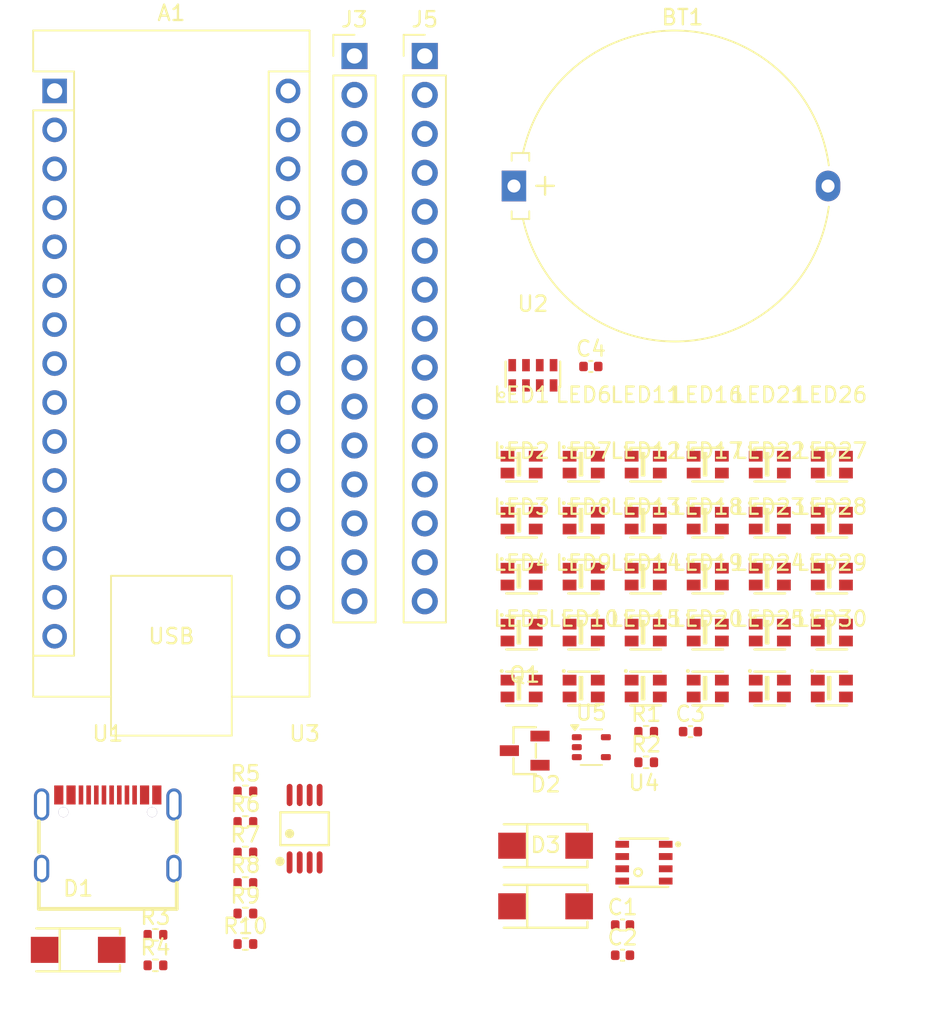
<source format=kicad_pcb>
(kicad_pcb (version 20241229) (generator "pcbnew") (generator_version "9.0")
  (layers (0 "F.Cu" signal) (4 "In1.Cu" power) (6 "In2.Cu" signal) (2 "B.Cu" power) (13 "F.Paste" user) (15 "B.Paste" user) (5 "F.SilkS" user "F.Silkscreen") (7 "B.SilkS" user "B.Silkscreen") (1 "F.Mask" user) (3 "B.Mask" user) (25 "Edge.Cuts" user))
  (net 0 "")
  (net 1 "GND")
  (net 2 "SDA_Master")
  (net 3 "+5V_VCC")
  (net 4 "Net-(LED1-DO)")
  (net 5 "Net-(LED1-DI)")
  (net 6 "+5V_M")
  (net 7 "Net-(LED2-DO)")
  (net 8 "Net-(LED3-DO)")
  (net 9 "Net-(LED4-DO)")
  (net 10 "Net-(LED5-DO)")
  (net 11 "Net-(LED6-DO)")
  (net 12 "Net-(LED7-DO)")
  (net 13 "Net-(LED8-DO)")
  (net 14 "Net-(LED10-DI)")
  (net 15 "Net-(LED10-DO)")
  (net 16 "Net-(LED11-DO)")
  (net 17 "Net-(LED12-DO)")
  (net 18 "Net-(LED13-DO)")
  (net 19 "Net-(LED14-DO)")
  (net 20 "Net-(LED15-DO)")
  (net 21 "Net-(LED16-DO)")
  (net 22 "Net-(LED17-DO)")
  (net 23 "Net-(LED18-DO)")
  (net 24 "Net-(LED19-DO)")
  (net 25 "Net-(LED20-DO)")
  (net 26 "Net-(LED21-DO)")
  (net 27 "Net-(LED22-DO)")
  (net 28 "Net-(LED23-DO)")
  (net 29 "Net-(LED24-DO)")
  (net 30 "Net-(LED25-DO)")
  (net 31 "Net-(LED26-DO)")
  (net 32 "Net-(LED27-DO)")
  (net 33 "Net-(LED28-DO)")
  (net 34 "Net-(LED29-DO)")
  (net 36 "LED_TOGGLE")
  (net 37 "GNDPWR")
  (net 42 "Net-(U1-CC2)")
  (net 45 "Net-(U1-CC1)")
  (net 46 "Net-(J5-Pin_3)")
  (net 47 "Net-(A1-A0)")
  (net 48 "Net-(J3-Pin_13)")
  (net 49 "Net-(A1-D6)")
  (net 50 "Net-(A1-A6)")
  (net 51 "NANO_+5V")
  (net 52 "Net-(A1-D4)")
  (net 53 "Net-(A1-D12)")
  (net 54 "+3V3_LED_DATA")
  (net 55 "SCL_Master")
  (net 56 "+3V3_VCC")
  (net 57 "Net-(A1-A2)")
  (net 58 "Net-(A1-D13)")
  (net 59 "Net-(A1-D9)")
  (net 60 "Net-(A1-A7)")
  (net 61 "Net-(A1-AREF)")
  (net 62 "Net-(A1-D1{slash}TX)")
  (net 63 "Net-(A1-D5)")
  (net 64 "Net-(A1-A1)")
  (net 65 "Net-(A1-D0{slash}RX)")
  (net 66 "Net-(A1-D8)")
  (net 67 "Net-(A1-D10)")
  (net 68 "Net-(A1-+5V)")
  (net 69 "Net-(A1-D7)")
  (net 70 "Net-(A1-D11)")
  (net 71 "Net-(A1-A3)")
  (net 72 "Net-(D2-K)")
  (net 73 "Net-(D3-K)")
  (net 74 "SCL_Slave")
  (net 75 "SDA_Slave")
  (net 78 "Net-(BT1-+)")
  (net 80 "Net-(U3-EN)")
  (net 81 "Net-(U3-READY)")
  (net 82 "+5V_LED_DATA")
  (footprint "Resistor_SMD:R_0402_1005Metric" (layer "F.Cu") (at 100.6 90.91)
    (property "Reference" "R6" (at 0 -1.17 0) (layer "F.SilkS"))
    (property "Value" "4.7k")
    (pad "1" smd roundrect (at -0.51 0) (size 0.54 0.64) (layers "F.Cu" "F.Mask" "F.Paste") (net 56 "+3V3_VCC"))
    (pad "2" smd roundrect (at 0.51 0) (size 0.54 0.64) (layers "F.Cu" "F.Mask" "F.Paste") (net 55 "SCL_Master"))
  )
  (footprint "syms_foots:LED-SMD_4P-L2.0-W2.0-TL_WS2812B-2020" (layer "F.Cu") (at 138.88 82.21)
    (property "Reference" "LED30" (at 0 -4.55 0) (layer "F.SilkS"))
    (property "Value" "WS2812B-2020")
    (pad "1" smd rect (at -0.92 -0.55) (size 0.9 0.7) (layers "F.Cu" "F.Mask" "F.Paste"))
    (pad "2" smd rect (at -0.92 0.55) (size 0.9 0.7) (layers "F.Cu" "F.Mask" "F.Paste") (net 1 "GND"))
    (pad "3" smd rect (at 0.92 0.55) (size 0.9 0.7) (layers "F.Cu" "F.Mask" "F.Paste") (net 34 "Net-(LED29-DO)"))
    (pad "4" smd rect (at 0.92 -0.55) (size 0.9 0.7) (layers "F.Cu" "F.Mask" "F.Paste") (net 6 "+5V_M"))
  )
  (footprint "syms_foots:LED-SMD_4P-L2.0-W2.0-TL_WS2812B-2020" (layer "F.Cu") (at 118.63 71.26)
    (property "Reference" "LED2" (at 0 -4.55 0) (layer "F.SilkS"))
    (property "Value" "WS2812B-2020")
    (pad "1" smd rect (at -0.92 -0.55) (size 0.9 0.7) (layers "F.Cu" "F.Mask" "F.Paste") (net 7 "Net-(LED2-DO)"))
    (pad "2" smd rect (at -0.92 0.55) (size 0.9 0.7) (layers "F.Cu" "F.Mask" "F.Paste") (net 1 "GND"))
    (pad "3" smd rect (at 0.92 0.55) (size 0.9 0.7) (layers "F.Cu" "F.Mask" "F.Paste") (net 4 "Net-(LED1-DO)"))
    (pad "4" smd rect (at 0.92 -0.55) (size 0.9 0.7) (layers "F.Cu" "F.Mask" "F.Paste") (net 6 "+5V_M"))
  )
  (footprint "Capacitor_SMD:C_0402_1005Metric" (layer "F.Cu") (at 129.65 85.02)
    (property "Reference" "C3" (at 0 -1.16 0) (layer "F.SilkS"))
    (property "Value" "100n")
    (pad "1" smd roundrect (at -0.48 0) (size 0.56 0.62) (layers "F.Cu" "F.Mask" "F.Paste") (net 56 "+3V3_VCC"))
    (pad "2" smd roundrect (at 0.48 0) (size 0.56 0.62) (layers "F.Cu" "F.Mask" "F.Paste") (net 1 "GND"))
  )
  (footprint "Resistor_SMD:R_0402_1005Metric" (layer "F.Cu") (at 100.6 96.88)
    (property "Reference" "R9" (at 0 -1.17 0) (layer "F.SilkS"))
    (property "Value" "4.7k")
    (pad "1" smd roundrect (at -0.51 0) (size 0.54 0.64) (layers "F.Cu" "F.Mask" "F.Paste") (net 56 "+3V3_VCC"))
    (pad "2" smd roundrect (at 0.51 0) (size 0.54 0.64) (layers "F.Cu" "F.Mask" "F.Paste") (net 74 "SCL_Slave"))
  )
  (footprint "syms_foots:LED-SMD_4P-L2.0-W2.0-TL_WS2812B-2020" (layer "F.Cu") (at 134.83 71.26)
    (property "Reference" "LED22" (at 0 -4.55 0) (layer "F.SilkS"))
    (property "Value" "WS2812B-2020")
    (pad "1" smd rect (at -0.92 -0.55) (size 0.9 0.7) (layers "F.Cu" "F.Mask" "F.Paste") (net 27 "Net-(LED22-DO)"))
    (pad "2" smd rect (at -0.92 0.55) (size 0.9 0.7) (layers "F.Cu" "F.Mask" "F.Paste") (net 1 "GND"))
    (pad "3" smd rect (at 0.92 0.55) (size 0.9 0.7) (layers "F.Cu" "F.Mask" "F.Paste") (net 26 "Net-(LED21-DO)"))
    (pad "4" smd rect (at 0.92 -0.55) (size 0.9 0.7) (layers "F.Cu" "F.Mask" "F.Paste") (net 6 "+5V_M"))
  )
  (footprint "syms_foots:LED-SMD_4P-L2.0-W2.0-TL_WS2812B-2020" (layer "F.Cu") (at 118.63 78.56)
    (property "Reference" "LED4" (at 0 -4.55 0) (layer "F.SilkS"))
    (property "Value" "WS2812B-2020")
    (pad "1" smd rect (at -0.92 -0.55) (size 0.9 0.7) (layers "F.Cu" "F.Mask" "F.Paste") (net 9 "Net-(LED4-DO)"))
    (pad "2" smd rect (at -0.92 0.55) (size 0.9 0.7) (layers "F.Cu" "F.Mask" "F.Paste") (net 1 "GND"))
    (pad "3" smd rect (at 0.92 0.55) (size 0.9 0.7) (layers "F.Cu" "F.Mask" "F.Paste") (net 8 "Net-(LED3-DO)"))
    (pad "4" smd rect (at 0.92 -0.55) (size 0.9 0.7) (layers "F.Cu" "F.Mask" "F.Paste") (net 6 "+5V_M"))
  )
  (footprint "Package_TO_SOT_SMD:SOT-353_SC-70-5" (layer "F.Cu") (at 123.18 86.035)
    (property "Reference" "U5" (at 0 -2.25 0) (layer "F.SilkS"))
    (property "Value" "SN74LV1T34DCK")
    (pad "1" smd roundrect (at -0.95 -0.65) (size 0.65 0.4) (layers "F.Cu" "F.Mask" "F.Paste"))
    (pad "2" smd roundrect (at -0.95 0) (size 0.65 0.4) (layers "F.Cu" "F.Mask" "F.Paste") (net 54 "+3V3_LED_DATA"))
    (pad "3" smd roundrect (at -0.95 0.65) (size 0.65 0.4) (layers "F.Cu" "F.Mask" "F.Paste") (net 1 "GND"))
    (pad "4" smd roundrect (at 0.95 0.65) (size 0.65 0.4) (layers "F.Cu" "F.Mask" "F.Paste") (net 82 "+5V_LED_DATA"))
    (pad "5" smd roundrect (at 0.95 -0.65) (size 0.65 0.4) (layers "F.Cu" "F.Mask" "F.Paste") (net 56 "+3V3_VCC"))
  )
  (footprint "syms_foots:LED-SMD_4P-L2.0-W2.0-TL_WS2812B-2020" (layer "F.Cu") (at 130.78 74.91)
    (property "Reference" "LED18" (at 0 -4.55 0) (layer "F.SilkS"))
    (property "Value" "WS2812B-2020")
    (pad "1" smd rect (at -0.92 -0.55) (size 0.9 0.7) (layers "F.Cu" "F.Mask" "F.Paste") (net 23 "Net-(LED18-DO)"))
    (pad "2" smd rect (at -0.92 0.55) (size 0.9 0.7) (layers "F.Cu" "F.Mask" "F.Paste") (net 1 "GND"))
    (pad "3" smd rect (at 0.92 0.55) (size 0.9 0.7) (layers "F.Cu" "F.Mask" "F.Paste") (net 22 "Net-(LED17-DO)"))
    (pad "4" smd rect (at 0.92 -0.55) (size 0.9 0.7) (layers "F.Cu" "F.Mask" "F.Paste") (net 6 "+5V_M"))
  )
  (footprint "syms_foots:LED-SMD_4P-L2.0-W2.0-TL_WS2812B-2020" (layer "F.Cu") (at 122.68 82.21)
    (property "Reference" "LED10" (at 0 -4.55 0) (layer "F.SilkS"))
    (property "Value" "WS2812B-2020")
    (pad "1" smd rect (at -0.92 -0.55) (size 0.9 0.7) (layers "F.Cu" "F.Mask" "F.Paste") (net 15 "Net-(LED10-DO)"))
    (pad "2" smd rect (at -0.92 0.55) (size 0.9 0.7) (layers "F.Cu" "F.Mask" "F.Paste") (net 1 "GND"))
    (pad "3" smd rect (at 0.92 0.55) (size 0.9 0.7) (layers "F.Cu" "F.Mask" "F.Paste") (net 14 "Net-(LED10-DI)"))
    (pad "4" smd rect (at 0.92 -0.55) (size 0.9 0.7) (layers "F.Cu" "F.Mask" "F.Paste") (net 6 "+5V_M"))
  )
  (footprint "syms_foots:SMA_L4.4-W2.6-LS5.0-RD" (layer "F.Cu") (at 120.195 92.46)
    (property "Reference" "D2" (at 0 -4 0) (layer "F.SilkS"))
    (property "Value" "B340A-13-F")
    (pad "1" smd rect (at -2.19 0) (size 1.8 1.7) (layers "F.Cu" "F.Mask" "F.Paste") (net 72 "Net-(D2-K)"))
    (pad "2" smd rect (at 2.19 0) (size 1.8 1.7) (layers "F.Cu" "F.Mask" "F.Paste") (net 56 "+3V3_VCC"))
  )
  (footprint "Resistor_SMD:R_0402_1005Metric" (layer "F.Cu") (at 100.6 98.87)
    (property "Reference" "R10" (at 0 -1.17 0) (layer "F.SilkS"))
    (property "Value" "4.7k")
    (pad "1" smd roundrect (at -0.51 0) (size 0.54 0.64) (layers "F.Cu" "F.Mask" "F.Paste") (net 56 "+3V3_VCC"))
    (pad "2" smd roundrect (at 0.51 0) (size 0.54 0.64) (layers "F.Cu" "F.Mask" "F.Paste") (net 81 "Net-(U3-READY)"))
  )
  (footprint "syms_foots:LED-SMD_4P-L2.0-W2.0-TL_WS2812B-2020" (layer "F.Cu") (at 134.83 82.21)
    (property "Reference" "LED25" (at 0 -4.55 0) (layer "F.SilkS"))
    (property "Value" "WS2812B-2020")
    (pad "1" smd rect (at -0.92 -0.55) (size 0.9 0.7) (layers "F.Cu" "F.Mask" "F.Paste") (net 30 "Net-(LED25-DO)"))
    (pad "2" smd rect (at -0.92 0.55) (size 0.9 0.7) (layers "F.Cu" "F.Mask" "F.Paste") (net 1 "GND"))
    (pad "3" smd rect (at 0.92 0.55) (size 0.9 0.7) (layers "F.Cu" "F.Mask" "F.Paste") (net 29 "Net-(LED24-DO)"))
    (pad "4" smd rect (at 0.92 -0.55) (size 0.9 0.7) (layers "F.Cu" "F.Mask" "F.Paste") (net 6 "+5V_M"))
  )
  (footprint "Resistor_SMD:R_0402_1005Metric" (layer "F.Cu") (at 100.6 94.89)
    (property "Reference" "R8" (at 0 -1.17 0) (layer "F.SilkS"))
    (property "Value" "4.7k")
    (pad "1" smd roundrect (at -0.51 0) (size 0.54 0.64) (layers "F.Cu" "F.Mask" "F.Paste") (net 56 "+3V3_VCC"))
    (pad "2" smd roundrect (at 0.51 0) (size 0.54 0.64) (layers "F.Cu" "F.Mask" "F.Paste") (net 75 "SDA_Slave"))
  )
  (footprint "Capacitor_SMD:C_0402_1005Metric" (layer "F.Cu") (at 123.15 61.21)
    (property "Reference" "C4" (at 0 -1.16 0) (layer "F.SilkS"))
    (property "Value" "100n")
    (pad "1" smd roundrect (at -0.48 0) (size 0.56 0.62) (layers "F.Cu" "F.Mask" "F.Paste") (net 56 "+3V3_VCC"))
    (pad "2" smd roundrect (at 0.48 0) (size 0.56 0.62) (layers "F.Cu" "F.Mask" "F.Paste") (net 1 "GND"))
  )
  (footprint "syms_foots:USB-C-SMD_G-SWITCH_GT-USB-7010ASV" (layer "F.Cu") (at 91.62 91.55)
    (property "Reference" "U1" (at 0 -6.4 0) (layer "F.SilkS"))
    (property "Value" "GT-USB-7010ASV")
    (pad "" thru_hole circle (at -2.9 -1.28) (size 0.65 0.65) (drill 0.65) (layers "*.Cu" "*.Mask"))
    (pad "" thru_hole circle (at 2.89 -1.28) (size 0.65 0.65) (drill 0.65) (layers "*.Cu" "*.Mask"))
    (pad "1" thru_hole oval (at -4.32 -1.78) (size 1 2.1) (drill oval 0.599999 1.699997) (layers "*.Cu" "*.Mask") (net 37 "GNDPWR"))
    (pad "2" thru_hole oval (at 4.32 -1.78) (size 1 2.1) (drill oval 0.599999 1.699997) (layers "*.Cu" "*.Mask") (net 37 "GNDPWR"))
    (pad "3" thru_hole oval (at 4.32 2.4) (size 1 1.8) (drill oval 0.599999 1.399997) (layers "*.Cu" "*.Mask") (net 37 "GNDPWR"))
    (pad "4" thru_hole oval (at -4.32 2.4) (size 1 1.8) (drill oval 0.599999 1.399997) (layers "*.Cu" "*.Mask") (net 37 "GNDPWR"))
    (pad "A1B12" smd rect (at -3.2 -2.4) (size 0.6 1.24) (layers "F.Cu" "F.Mask" "F.Paste") (net 1 "GND"))
    (pad "A4B9" smd rect (at -2.4 -2.4) (size 0.6 1.24) (layers "F.Cu" "F.Mask" "F.Paste") (net 51 "NANO_+5V"))
    (pad "A5" smd rect (at -1.25 -2.4) (size 0.3 1.24) (layers "F.Cu" "F.Mask" "F.Paste") (net 45 "Net-(U1-CC1)"))
    (pad "A6" smd rect (at -0.25 -2.4) (size 0.3 1.24) (layers "F.Cu" "F.Mask" "F.Paste"))
    (pad "A7" smd rect (at 0.25 -2.4) (size 0.3 1.24) (layers "F.Cu" "F.Mask" "F.Paste"))
    (pad "A8" smd rect (at 1.25 -2.4) (size 0.3 1.24) (layers "F.Cu" "F.Mask" "F.Paste"))
    (pad "B1A12" smd rect (at 3.2 -2.4) (size 0.6 1.24) (layers "F.Cu" "F.Mask" "F.Paste") (net 1 "GND"))
    (pad "B4A9" smd rect (at 2.4 -2.4) (size 0.6 1.24) (layers "F.Cu" "F.Mask" "F.Paste") (net 51 "NANO_+5V"))
    (pad "B5" smd rect (at 1.75 -2.4) (size 0.3 1.24) (layers "F.Cu" "F.Mask" "F.Paste") (net 42 "Net-(U1-CC2)"))
    (pad "B6" smd rect (at 0.75 -2.4) (size 0.3 1.24) (layers "F.Cu" "F.Mask" "F.Paste"))
    (pad "B7" smd rect (at -0.75 -2.4) (size 0.3 1.24) (layers "F.Cu" "F.Mask" "F.Paste"))
    (pad "B8" smd rect (at -1.75 -2.4) (size 0.3 1.24) (layers "F.Cu" "F.Mask" "F.Paste"))
  )
  (footprint "Resistor_SMD:R_0402_1005Metric" (layer "F.Cu") (at 94.73 100.26)
    (property "Reference" "R4" (at 0 -1.17 0) (layer "F.SilkS"))
    (property "Value" "5.1k")
    (pad "1" smd roundrect (at -0.51 0) (size 0.54 0.64) (layers "F.Cu" "F.Mask" "F.Paste") (net 45 "Net-(U1-CC1)"))
    (pad "2" smd roundrect (at 0.51 0) (size 0.54 0.64) (layers "F.Cu" "F.Mask" "F.Paste") (net 1 "GND"))
  )
  (footprint "syms_foots:LED-SMD_4P-L2.0-W2.0-TL_WS2812B-2020" (layer "F.Cu") (at 118.63 74.91)
    (property "Reference" "LED3" (at 0 -4.55 0) (layer "F.SilkS"))
    (property "Value" "WS2812B-2020")
    (pad "1" smd rect (at -0.92 -0.55) (size 0.9 0.7) (layers "F.Cu" "F.Mask" "F.Paste") (net 8 "Net-(LED3-DO)"))
    (pad "2" smd rect (at -0.92 0.55) (size 0.9 0.7) (layers "F.Cu" "F.Mask" "F.Paste") (net 1 "GND"))
    (pad "3" smd rect (at 0.92 0.55) (size 0.9 0.7) (layers "F.Cu" "F.Mask" "F.Paste") (net 7 "Net-(LED2-DO)"))
    (pad "4" smd rect (at 0.92 -0.55) (size 0.9 0.7) (layers "F.Cu" "F.Mask" "F.Paste") (net 6 "+5V_M"))
  )
  (footprint "syms_foots:LED-SMD_4P-L2.0-W2.0-TL_WS2812B-2020" (layer "F.Cu") (at 138.88 78.56)
    (property "Reference" "LED29" (at 0 -4.55 0) (layer "F.SilkS"))
    (property "Value" "WS2812B-2020")
    (pad "1" smd rect (at -0.92 -0.55) (size 0.9 0.7) (layers "F.Cu" "F.Mask" "F.Paste") (net 34 "Net-(LED29-DO)"))
    (pad "2" smd rect (at -0.92 0.55) (size 0.9 0.7) (layers "F.Cu" "F.Mask" "F.Paste") (net 1 "GND"))
    (pad "3" smd rect (at 0.92 0.55) (size 0.9 0.7) (layers "F.Cu" "F.Mask" "F.Paste") (net 33 "Net-(LED28-DO)"))
    (pad "4" smd rect (at 0.92 -0.55) (size 0.9 0.7) (layers "F.Cu" "F.Mask" "F.Paste") (net 6 "+5V_M"))
  )
  (footprint "Resistor_SMD:R_0402_1005Metric" (layer "F.Cu") (at 100.6 92.9)
    (property "Reference" "R7" (at 0 -1.17 0) (layer "F.SilkS"))
    (property "Value" "4.7k")
    (pad "1" smd roundrect (at -0.51 0) (size 0.54 0.64) (layers "F.Cu" "F.Mask" "F.Paste") (net 56 "+3V3_VCC"))
    (pad "2" smd roundrect (at 0.51 0) (size 0.54 0.64) (layers "F.Cu" "F.Mask" "F.Paste") (net 80 "Net-(U3-EN)"))
  )
  (footprint "syms_foots:LED-SMD_4P-L2.0-W2.0-TL_WS2812B-2020" (layer "F.Cu") (at 126.73 71.26)
    (property "Reference" "LED12" (at 0 -4.55 0) (layer "F.SilkS"))
    (property "Value" "WS2812B-2020")
    (pad "1" smd rect (at -0.92 -0.55) (size 0.9 0.7) (layers "F.Cu" "F.Mask" "F.Paste") (net 17 "Net-(LED12-DO)"))
    (pad "2" smd rect (at -0.92 0.55) (size 0.9 0.7) (layers "F.Cu" "F.Mask" "F.Paste") (net 1 "GND"))
    (pad "3" smd rect (at 0.92 0.55) (size 0.9 0.7) (layers "F.Cu" "F.Mask" "F.Paste") (net 16 "Net-(LED11-DO)"))
    (pad "4" smd rect (at 0.92 -0.55) (size 0.9 0.7) (layers "F.Cu" "F.Mask" "F.Paste") (net 6 "+5V_M"))
  )
  (footprint "syms_foots:LED-SMD_4P-L2.0-W2.0-TL_WS2812B-2020" (layer "F.Cu") (at 118.63 67.61)
    (property "Reference" "LED1" (at 0 -4.55 0) (layer "F.SilkS"))
    (property "Value" "WS2812B-2020")
    (pad "1" smd rect (at -0.92 -0.55) (size 0.9 0.7) (layers "F.Cu" "F.Mask" "F.Paste") (net 4 "Net-(LED1-DO)"))
    (pad "2" smd rect (at -0.92 0.55) (size 0.9 0.7) (layers "F.Cu" "F.Mask" "F.Paste") (net 1 "GND"))
    (pad "3" smd rect (at 0.92 0.55) (size 0.9 0.7) (layers "F.Cu" "F.Mask" "F.Paste") (net 5 "Net-(LED1-DI)"))
    (pad "4" smd rect (at 0.92 -0.55) (size 0.9 0.7) (layers "F.Cu" "F.Mask" "F.Paste") (net 6 "+5V_M"))
  )
  (footprint "Connector_PinHeader_2.54mm:PinHeader_1x15_P2.54mm_Vertical" (layer "F.Cu") (at 112.31 40.96)
    (property "Reference" "J5" (at 0 -2.38 0) (layer "F.SilkS"))
    (property "Value" "Conn_01x15")
    (pad "1" thru_hole rect (at 0 0) (size 1.7 1.7) (drill 1) (layers "*.Cu" "*.Mask") (net 51 "NANO_+5V"))
    (pad "2" thru_hole circle (at 0 2.54) (size 1.7 1.7) (drill 1) (layers "*.Cu" "*.Mask") (net 1 "GND"))
    (pad "3" thru_hole circle (at 0 5.08) (size 1.7 1.7) (drill 1) (layers "*.Cu" "*.Mask") (net 46 "Net-(J5-Pin_3)"))
    (pad "4" thru_hole circle (at 0 7.62) (size 1.7 1.7) (drill 1) (layers "*.Cu" "*.Mask") (net 68 "Net-(A1-+5V)"))
    (pad "5" thru_hole circle (at 0 10.16) (size 1.7 1.7) (drill 1) (layers "*.Cu" "*.Mask") (net 60 "Net-(A1-A7)"))
    (pad "6" thru_hole circle (at 0 12.7) (size 1.7 1.7) (drill 1) (layers "*.Cu" "*.Mask") (net 50 "Net-(A1-A6)"))
    (pad "7" thru_hole circle (at 0 15.24) (size 1.7 1.7) (drill 1) (layers "*.Cu" "*.Mask") (net 74 "SCL_Slave"))
    (pad "8" thru_hole circle (at 0 17.78) (size 1.7 1.7) (drill 1) (layers "*.Cu" "*.Mask") (net 75 "SDA_Slave"))
    (pad "9" thru_hole circle (at 0 20.32) (size 1.7 1.7) (drill 1) (layers "*.Cu" "*.Mask") (net 71 "Net-(A1-A3)"))
    (pad "10" thru_hole circle (at 0 22.86) (size 1.7 1.7) (drill 1) (layers "*.Cu" "*.Mask") (net 57 "Net-(A1-A2)"))
    (pad "11" thru_hole circle (at 0 25.4) (size 1.7 1.7) (drill 1) (layers "*.Cu" "*.Mask") (net 64 "Net-(A1-A1)"))
    (pad "12" thru_hole circle (at 0 27.94) (size 1.7 1.7) (drill 1) (layers "*.Cu" "*.Mask") (net 47 "Net-(A1-A0)"))
    (pad "13" thru_hole circle (at 0 30.48) (size 1.7 1.7) (drill 1) (layers "*.Cu" "*.Mask") (net 61 "Net-(A1-AREF)"))
    (pad "14" thru_hole circle (at 0 33.02) (size 1.7 1.7) (drill 1) (layers "*.Cu" "*.Mask") (net 56 "+3V3_VCC"))
    (pad "15" thru_hole circle (at 0 35.56) (size 1.7 1.7) (drill 1) (layers "*.Cu" "*.Mask") (net 58 "Net-(A1-D13)"))
  )
  (footprint "syms_foots:LGA-8_L3.0-W3.0-P0.80_BME688" (layer "F.Cu") (at 126.615 93.565)
    (property "Reference" "U4" (at 0 -5.2 0) (layer "F.SilkS"))
    (property "Value" "BME688_C3664478")
    (pad "1" smd rect (at 1.42 -1.2 270) (size 0.45 0.89) (layers "F.Cu" "F.Mask" "F.Paste") (net 1 "GND"))
    (pad "2" smd rect (at 1.42 -0.4 270) (size 0.45 0.89) (layers "F.Cu" "F.Mask" "F.Paste") (net 56 "+3V3_VCC"))
    (pad "3" smd rect (at 1.42 0.4 270) (size 0.45 0.89) (layers "F.Cu" "F.Mask" "F.Paste") (net 75 "SDA_Slave"))
    (pad "4" smd rect (at 1.42 1.2 270) (size 0.45 0.89) (layers "F.Cu" "F.Mask" "F.Paste") (net 74 "SCL_Slave"))
    (pad "5" smd rect (at -1.42 1.2 270) (size 0.45 0.89) (layers "F.Cu" "F.Mask" "F.Paste") (net 1 "GND"))
    (pad "6" smd rect (at -1.42 0.4 270) (size 0.45 0.89) (layers "F.Cu" "F.Mask" "F.Paste") (net 72 "Net-(D2-K)"))
    (pad "7" smd rect (at -1.42 -0.4 270) (size 0.45 0.89) (layers "F.Cu" "F.Mask" "F.Paste") (net 1 "GND"))
    (pad "8" smd rect (at -1.42 -1.2 270) (size 0.45 0.89) (layers "F.Cu" "F.Mask" "F.Paste") (net 73 "Net-(D3-K)"))
  )
  (footprint "syms_foots:OSC-SMD_8P-L3.2-W1.5-P0.90-BL" (layer "F.Cu") (at 119.365 61.785)
    (property "Reference" "U2" (at 0 -4.66 0) (layer "F.SilkS"))
    (property "Value" "RV-3028-C7 32.768KHZ 1PPM TA QC")
    (pad "1" smd rect (at -1.35 0.66) (size 0.5 0.8) (layers "F.Cu" "F.Mask" "F.Paste"))
    (pad "2" smd rect (at -0.45 0.66) (size 0.5 0.8) (layers "F.Cu" "F.Mask" "F.Paste"))
    (pad "3" smd rect (at 0.45 0.66) (size 0.5 0.8) (layers "F.Cu" "F.Mask" "F.Paste") (net 74 "SCL_Slave"))
    (pad "4" smd rect (at 1.35 0.66) (size 0.5 0.8) (layers "F.Cu" "F.Mask" "F.Paste") (net 75 "SDA_Slave"))
    (pad "5" smd rect (at 1.35 -0.66) (size 0.5 0.8) (layers "F.Cu" "F.Mask" "F.Paste") (net 1 "GND"))
    (pad "6" smd rect (at 0.45 -0.66) (size 0.5 0.8) (layers "F.Cu" "F.Mask" "F.Paste") (net 78 "Net-(BT1-+)"))
    (pad "7" smd rect (at -0.45 -0.66) (size 0.5 0.8) (layers "F.Cu" "F.Mask" "F.Paste") (net 56 "+3V3_VCC"))
    (pad "8" smd rect (at -1.35 -0.66) (size 0.5 0.8) (layers "F.Cu" "F.Mask" "F.Paste"))
  )
  (footprint "syms_foots:LED-SMD_4P-L2.0-W2.0-TL_WS2812B-2020" (layer "F.Cu") (at 126.73 74.91)
    (property "Reference" "LED13" (at 0 -4.55 0) (layer "F.SilkS"))
    (property "Value" "WS2812B-2020")
    (pad "1" smd rect (at -0.92 -0.55) (size 0.9 0.7) (layers "F.Cu" "F.Mask" "F.Paste") (net 18 "Net-(LED13-DO)"))
    (pad "2" smd rect (at -0.92 0.55) (size 0.9 0.7) (layers "F.Cu" "F.Mask" "F.Paste") (net 1 "GND"))
    (pad "3" smd rect (at 0.92 0.55) (size 0.9 0.7) (layers "F.Cu" "F.Mask" "F.Paste") (net 17 "Net-(LED12-DO)"))
    (pad "4" smd rect (at 0.92 -0.55) (size 0.9 0.7) (layers "F.Cu" "F.Mask" "F.Paste") (net 6 "+5V_M"))
  )
  (footprint "syms_foots:LED-SMD_4P-L2.0-W2.0-TL_WS2812B-2020" (layer "F.Cu") (at 122.68 71.26)
    (property "Reference" "LED7" (at 0 -4.55 0) (layer "F.SilkS"))
    (property "Value" "WS2812B-2020")
    (pad "1" smd rect (at -0.92 -0.55) (size 0.9 0.7) (layers "F.Cu" "F.Mask" "F.Paste") (net 12 "Net-(LED7-DO)"))
    (pad "2" smd rect (at -0.92 0.55) (size 0.9 0.7) (layers "F.Cu" "F.Mask" "F.Paste") (net 1 "GND"))
    (pad "3" smd rect (at 0.92 0.55) (size 0.9 0.7) (layers "F.Cu" "F.Mask" "F.Paste") (net 11 "Net-(LED6-DO)"))
    (pad "4" smd rect (at 0.92 -0.55) (size 0.9 0.7) (layers "F.Cu" "F.Mask" "F.Paste") (net 6 "+5V_M"))
  )
  (footprint "syms_foots:LED-SMD_4P-L2.0-W2.0-TL_WS2812B-2020" (layer "F.Cu") (at 134.83 67.61)
    (property "Reference" "LED21" (at 0 -4.55 0) (layer "F.SilkS"))
    (property "Value" "WS2812B-2020")
    (pad "1" smd rect (at -0.92 -0.55) (size 0.9 0.7) (layers "F.Cu" "F.Mask" "F.Paste") (net 26 "Net-(LED21-DO)"))
    (pad "2" smd rect (at -0.92 0.55) (size 0.9 0.7) (layers "F.Cu" "F.Mask" "F.Paste") (net 1 "GND"))
    (pad "3" smd rect (at 0.92 0.55) (size 0.9 0.7) (layers "F.Cu" "F.Mask" "F.Paste") (net 25 "Net-(LED20-DO)"))
    (pad "4" smd rect (at 0.92 -0.55) (size 0.9 0.7) (layers "F.Cu" "F.Mask" "F.Paste") (net 6 "+5V_M"))
  )
  (footprint "syms_foots:LED-SMD_4P-L2.0-W2.0-TL_WS2812B-2020" (layer "F.Cu") (at 130.78 71.26)
    (property "Reference" "LED17" (at 0 -4.55 0) (layer "F.SilkS"))
    (property "Value" "WS2812B-2020")
    (pad "1" smd rect (at -0.92 -0.55) (size 0.9 0.7) (layers "F.Cu" "F.Mask" "F.Paste") (net 22 "Net-(LED17-DO)"))
    (pad "2" smd rect (at -0.92 0.55) (size 0.9 0.7) (layers "F.Cu" "F.Mask" "F.Paste") (net 1 "GND"))
    (pad "3" smd rect (at 0.92 0.55) (size 0.9 0.7) (layers "F.Cu" "F.Mask" "F.Paste") (net 21 "Net-(LED16-DO)"))
    (pad "4" smd rect (at 0.92 -0.55) (size 0.9 0.7) (layers "F.Cu" "F.Mask" "F.Paste") (net 6 "+5V_M"))
  )
  (footprint "Capacitor_SMD:C_0402_1005Metric" (layer "F.Cu") (at 125.22 99.6)
    (property "Reference" "C2" (at 0 -1.16 0) (layer "F.SilkS"))
    (property "Value" "100n")
    (pad "1" smd roundrect (at -0.48 0) (size 0.56 0.62) (layers "F.Cu" "F.Mask" "F.Paste") (net 72 "Net-(D2-K)"))
    (pad "2" smd roundrect (at 0.48 0) (size 0.56 0.62) (layers "F.Cu" "F.Mask" "F.Paste") (net 1 "GND"))
  )
  (footprint "Battery:Battery_Panasonic_CR2032-HFN_Horizontal_CircularHoles" (layer "F.Cu") (at 118.13 49.441607)
    (property "Reference" "BT1" (at 11 -11 0) (layer "F.SilkS"))
    (property "Value" "Coin_Cell")
    (fp_text user "+" (at 2.032 -0.127 0) (layer "F.SilkS") (effects (font (size 1.5 1.5))))
    (pad "1" thru_hole rect (at 0 0) (size 1.6 2) (drill 0.85) (layers "*.Cu" "*.Mask") (net 78 "Net-(BT1-+)"))
    (pad "2" thru_hole oval (at 20.5 0) (size 1.6 2) (drill 0.85) (layers "*.Cu" "*.Mask") (net 1 "GND"))
  )
  (footprint "syms_foots:VSSOP-8_L3.0-W3.0-P0.65-LS4.9-BL" (layer "F.Cu") (at 104.465 91.35)
    (property "Reference" "U3" (at 0 -6.2 0) (layer "F.SilkS"))
    (property "Value" "TCA4307DGKR")
    (pad "1" smd oval (at -0.98 2.2) (size 0.38 1.45) (layers "F.Cu" "F.Mask" "F.Paste") (net 80 "Net-(U3-EN)"))
    (pad "2" smd oval (at -0.32 2.2) (size 0.38 1.45) (layers "F.Cu" "F.Mask" "F.Paste") (net 74 "SCL_Slave"))
    (pad "3" smd oval (at 0.33 2.2) (size 0.38 1.45) (layers "F.Cu" "F.Mask" "F.Paste") (net 55 "SCL_Master"))
    (pad "4" smd oval (at 0.98 2.2) (size 0.38 1.45) (layers "F.Cu" "F.Mask" "F.Paste") (net 1 "GND"))
    (pad "5" smd oval (at 0.98 -2.2) (size 0.38 1.45) (layers "F.Cu" "F.Mask" "F.Paste") (net 81 "Net-(U3-READY)"))
    (pad "6" smd oval (at 0.33 -2.2) (size 0.38 1.45) (layers "F.Cu" "F.Mask" "F.Paste") (net 2 "SDA_Master"))
    (pad "7" smd oval (at -0.32 -2.2) (size 0.38 1.45) (layers "F.Cu" "F.Mask" "F.Paste") (net 75 "SDA_Slave"))
    (pad "8" smd oval (at -0.98 -2.2) (size 0.38 1.45) (layers "F.Cu" "F.Mask" "F.Paste") (net 56 "+3V3_VCC"))
  )
  (footprint "syms_foots:SMA_L4.4-W2.6-LS5.0-RD" (layer "F.Cu") (at 89.685 99.25)
    (property "Reference" "D1" (at 0 -4 0) (layer "F.SilkS"))
    (property "Value" "B340A-13-F")
    (pad "1" smd rect (at -2.19 0) (size 1.8 1.7) (layers "F.Cu" "F.Mask" "F.Paste") (net 51 "NANO_+5V"))
    (pad "2" smd rect (at 2.19 0) (size 1.8 1.7) (layers "F.Cu" "F.Mask" "F.Paste") (net 3 "+5V_VCC"))
  )
  (footprint "Resistor_SMD:R_0402_1005Metric" (layer "F.Cu") (at 94.73 98.27)
    (property "Reference" "R3" (at 0 -1.17 0) (layer "F.SilkS"))
    (property "Value" "5.1k")
    (pad "1" smd roundrect (at -0.51 0) (size 0.54 0.64) (layers "F.Cu" "F.Mask" "F.Paste") (net 42 "Net-(U1-CC2)"))
    (pad "2" smd roundrect (at 0.51 0) (size 0.54 0.64) (layers "F.Cu" "F.Mask" "F.Paste") (net 1 "GND"))
  )
  (footprint "syms_foots:LED-SMD_4P-L2.0-W2.0-TL_WS2812B-2020" (layer "F.Cu") (at 130.78 78.56)
    (property "Reference" "LED19" (at 0 -4.55 0) (layer "F.SilkS"))
    (property "Value" "WS2812B-2020")
    (pad "1" smd rect (at -0.92 -0.55) (size 0.9 0.7) (layers "F.Cu" "F.Mask" "F.Paste") (net 24 "Net-(LED19-DO)"))
    (pad "2" smd rect (at -0.92 0.55) (size 0.9 0.7) (layers "F.Cu" "F.Mask" "F.Paste") (net 1 "GND"))
    (pad "3" smd rect (at 0.92 0.55) (size 0.9 0.7) (layers "F.Cu" "F.Mask" "F.Paste") (net 23 "Net-(LED18-DO)"))
    (pad "4" smd rect (at 0.92 -0.55) (size 0.9 0.7) (layers "F.Cu" "F.Mask" "F.Paste") (net 6 "+5V_M"))
  )
  (footprint "syms_foots:SMA_L4.4-W2.6-LS5.0-RD" (layer "F.Cu") (at 120.195 96.41)
    (property "Reference" "D3" (at 0 -4 0) (layer "F.SilkS"))
    (property "Value" "B340A-13-F")
    (pad "1" smd rect (at -2.19 0) (size 1.8 1.7) (layers "F.Cu" "F.Mask" "F.Paste") (net 73 "Net-(D3-K)"))
    (pad "2" smd rect (at 2.19 0) (size 1.8 1.7) (layers "F.Cu" "F.Mask" "F.Paste") (net 56 "+3V3_VCC"))
  )
  (footprint "syms_foots:LED-SMD_4P-L2.0-W2.0-TL_WS2812B-2020" (layer "F.Cu") (at 126.73 67.61)
    (property "Reference" "LED11" (at 0 -4.55 0) (layer "F.SilkS"))
    (property "Value" "WS2812B-2020")
    (pad "1" smd rect (at -0.92 -0.55) (size 0.9 0.7) (layers "F.Cu" "F.Mask" "F.Paste") (net 16 "Net-(LED11-DO)"))
    (pad "2" smd rect (at -0.92 0.55) (size 0.9 0.7) (layers "F.Cu" "F.Mask" "F.Paste") (net 1 "GND"))
    (pad "3" smd rect (at 0.92 0.55) (size 0.9 0.7) (layers "F.Cu" "F.Mask" "F.Paste") (net 15 "Net-(LED10-DO)"))
    (pad "4" smd rect (at 0.92 -0.55) (size 0.9 0.7) (layers "F.Cu" "F.Mask" "F.Paste") (net 6 "+5V_M"))
  )
  (footprint "Capacitor_SMD:C_0402_1005Metric" (layer "F.Cu") (at 125.22 97.63)
    (property "Reference" "C1" (at 0 -1.16 0) (layer "F.SilkS"))
    (property "Value" "100n")
    (pad "1" smd roundrect (at -0.48 0) (size 0.56 0.62) (layers "F.Cu" "F.Mask" "F.Paste") (net 73 "Net-(D3-K)"))
    (pad "2" smd roundrect (at 0.48 0) (size 0.56 0.62) (layers "F.Cu" "F.Mask" "F.Paste") (net 1 "GND"))
  )
  (footprint "Resistor_SMD:R_0402_1005Metric" (layer "F.Cu") (at 126.76 87.02)
    (property "Reference" "R2" (at 0 -1.17 0) (layer "F.SilkS"))
    (property "Value" "2")
    (pad "1" smd roundrect (at -0.51 0) (size 0.54 0.64) (layers "F.Cu" "F.Mask" "F.Paste") (net 3 "+5V_VCC"))
    (pad "2" smd roundrect (at 0.51 0) (size 0.54 0.64) (layers "F.Cu" "F.Mask" "F.Paste") (net 6 "+5V_M"))
  )
  (footprint "syms_foots:LED-SMD_4P-L2.0-W2.0-TL_WS2812B-2020" (layer "F.Cu") (at 126.73 78.56)
    (property "Reference" "LED14" (at 0 -4.55 0) (layer "F.SilkS"))
    (property "Value" "WS2812B-2020")
    (pad "1" smd rect (at -0.92 -0.55) (size 0.9 0.7) (layers "F.Cu" "F.Mask" "F.Paste") (net 19 "Net-(LED14-DO)"))
    (pad "2" smd rect (at -0.92 0.55) (size 0.9 0.7) (layers "F.Cu" "F.Mask" "F.Paste") (net 1 "GND"))
    (pad "3" smd rect (at 0.92 0.55) (size 0.9 0.7) (layers "F.Cu" "F.Mask" "F.Paste") (net 18 "Net-(LED13-DO)"))
    (pad "4" smd rect (at 0.92 -0.55) (size 0.9 0.7) (layers "F.Cu" "F.Mask" "F.Paste") (net 6 "+5V_M"))
  )
  (footprint "syms_foots:LED-SMD_4P-L2.0-W2.0-TL_WS2812B-2020" (layer "F.Cu") (at 134.83 78.56)
    (property "Reference" "LED24" (at 0 -4.55 0) (layer "F.SilkS"))
    (property "Value" "WS2812B-2020")
    (pad "1" smd rect (at -0.92 -0.55) (size 0.9 0.7) (layers "F.Cu" "F.Mask" "F.Paste") (net 29 "Net-(LED24-DO)"))
    (pad "2" smd rect (at -0.92 0.55) (size 0.9 0.7) (layers "F.Cu" "F.Mask" "F.Paste") (net 1 "GND"))
    (pad "3" smd rect (at 0.92 0.55) (size 0.9 0.7) (layers "F.Cu" "F.Mask" "F.Paste") (net 28 "Net-(LED23-DO)"))
    (pad "4" smd rect (at 0.92 -0.55) (size 0.9 0.7) (layers "F.Cu" "F.Mask" "F.Paste") (net 6 "+5V_M"))
  )
  (footprint "Connector_PinHeader_2.54mm:PinHeader_1x15_P2.54mm_Vertical" (layer "F.Cu") (at 107.72 40.96)
    (property "Reference" "J3" (at 0 -2.38 0) (layer "F.SilkS"))
    (property "Value" "Conn_01x15")
    (pad "1" thru_hole rect (at 0 0) (size 1.7 1.7) (drill 1) (layers "*.Cu" "*.Mask") (net 53 "Net-(A1-D12)"))
    (pad "2" thru_hole circle (at 0 2.54) (size 1.7 1.7) (drill 1) (layers "*.Cu" "*.Mask") (net 70 "Net-(A1-D11)"))
    (pad "3" thru_hole circle (at 0 5.08) (size 1.7 1.7) (drill 1) (layers "*.Cu" "*.Mask") (net 67 "Net-(A1-D10)"))
    (pad "4" thru_hole circle (at 0 7.62) (size 1.7 1.7) (drill 1) (layers "*.Cu" "*.Mask") (net 59 "Net-(A1-D9)"))
    (pad "5" thru_hole circle (at 0 10.16) (size 1.7 1.7) (drill 1) (layers "*.Cu" "*.Mask") (net 66 "Net-(A1-D8)"))
    (pad "6" thru_hole circle (at 0 12.7) (size 1.7 1.7) (drill 1) (layers "*.Cu" "*.Mask") (net 69 "Net-(A1-D7)"))
    (pad "7" thru_hole circle (at 0 15.24) (size 1.7 1.7) (drill 1) (layers "*.Cu" "*.Mask") (net 49 "Net-(A1-D6)"))
    (pad "8" thru_hole circle (at 0 17.78) (size 1.7 1.7) (drill 1) (layers "*.Cu" "*.Mask") (net 63 "Net-(A1-D5)"))
    (pad "9" thru_hole circle (at 0 20.32) (size 1.7 1.7) (drill 1) (layers "*.Cu" "*.Mask") (net 52 "Net-(A1-D4)"))
    (pad "10" thru_hole circle (at 0 22.86) (size 1.7 1.7) (drill 1) (layers "*.Cu" "*.Mask") (net 36 "LED_TOGGLE"))
    (pad "11" thru_hole circle (at 0 25.4) (size 1.7 1.7) (drill 1) (layers "*.Cu" "*.Mask") (net 54 "+3V3_LED_DATA"))
    (pad "12" thru_hole circle (at 0 27.94) (size 1.7 1.7) (drill 1) (layers "*.Cu" "*.Mask") (net 1 "GND"))
    (pad "13" thru_hole circle (at 0 30.48) (size 1.7 1.7) (drill 1) (layers "*.Cu" "*.Mask") (net 48 "Net-(J3-Pin_13)"))
    (pad "14" thru_hole circle (at 0 33.02) (size 1.7 1.7) (drill 1) (layers "*.Cu" "*.Mask") (net 65 "Net-(A1-D0{slash}RX)"))
    (pad "15" thru_hole circle (at 0 35.56) (size 1.7 1.7) (drill 1) (layers "*.Cu" "*.Mask") (net 62 "Net-(A1-D1{slash}TX)"))
  )
  (footprint "syms_foots:LED-SMD_4P-L2.0-W2.0-TL_WS2812B-2020" (layer "F.Cu") (at 122.68 78.56)
    (property "Reference" "LED9" (at 0 -4.55 0) (layer "F.SilkS"))
    (property "Value" "WS2812B-2020")
    (pad "1" smd rect (at -0.92 -0.55) (size 0.9 0.7) (layers "F.Cu" "F.Mask" "F.Paste") (net 14 "Net-(LED10-DI)"))
    (pad "2" smd rect (at -0.92 0.55) (size 0.9 0.7) (layers "F.Cu" "F.Mask" "F.Paste") (net 1 "GND"))
    (pad "3" smd rect (at 0.92 0.55) (size 0.9 0.7) (layers "F.Cu" "F.Mask" "F.Paste") (net 13 "Net-(LED8-DO)"))
    (pad "4" smd rect (at 0.92 -0.55) (size 0.9 0.7) (layers "F.Cu" "F.Mask" "F.Paste") (net 6 "+5V_M"))
  )
  (footprint "syms_foots:LED-SMD_4P-L2.0-W2.0-TL_WS2812B-2020" (layer "F.Cu") (at 130.78 82.21)
    (property "Reference" "LED20" (at 0 -4.55 0) (layer "F.SilkS"))
    (property "Value" "WS2812B-2020")
    (pad "1" smd rect (at -0.92 -0.55) (size 0.9 0.7) (layers "F.Cu" "F.Mask" "F.Paste") (net 25 "Net-(LED20-DO)"))
    (pad "2" smd rect (at -0.92 0.55) (size 0.9 0.7) (layers "F.Cu" "F.Mask" "F.Paste") (net 1 "GND"))
    (pad "3" smd rect (at 0.92 0.55) (size 0.9 0.7) (layers "F.Cu" "F.Mask" "F.Paste") (net 24 "Net-(LED19-DO)"))
    (pad "4" smd rect (at 0.92 -0.55) (size 0.9 0.7) (layers "F.Cu" "F.Mask" "F.Paste") (net 6 "+5V_M"))
  )
  (footprint "Resistor_SMD:R_0402_1005Metric" (layer "F.Cu") (at 126.76 85.03)
    (property "Reference" "R1" (at 0 -1.17 0) (layer "F.SilkS"))
    (property "Value" "330")
    (pad "1" smd roundrect (at -0.51 0) (size 0.54 0.64) (layers "F.Cu" "F.Mask" "F.Paste") (net 82 "+5V_LED_DATA"))
    (pad "2" smd roundrect (at 0.51 0) (size 0.54 0.64) (layers "F.Cu" "F.Mask" "F.Paste") (net 5 "Net-(LED1-DI)"))
  )
  (footprint "Module:Arduino_Nano" (layer "F.Cu") (at 88.15 43.24)
    (property "Reference" "A1" (at 7.62 -5.08 0) (layer "F.SilkS"))
    (property "Value" "Arduino_Nano_ESP32")
    (fp_text user "USB" (at 7.62 35.56 0) (layer "F.SilkS"))
    (pad "1" thru_hole rect (at 0 0) (size 1.6 1.6) (drill 1) (layers "*.Cu" "*.Mask") (net 62 "Net-(A1-D1{slash}TX)"))
    (pad "2" thru_hole oval (at 0 2.54) (size 1.6 1.6) (drill 1) (layers "*.Cu" "*.Mask") (net 65 "Net-(A1-D0{slash}RX)"))
    (pad "3" thru_hole oval (at 0 5.08) (size 1.6 1.6) (drill 1) (layers "*.Cu" "*.Mask") (net 48 "Net-(J3-Pin_13)"))
    (pad "4" thru_hole oval (at 0 7.62) (size 1.6 1.6) (drill 1) (layers "*.Cu" "*.Mask") (net 1 "GND"))
    (pad "5" thru_hole oval (at 0 10.16) (size 1.6 1.6) (drill 1) (layers "*.Cu" "*.Mask") (net 54 "+3V3_LED_DATA"))
    (pad "6" thru_hole oval (at 0 12.7) (size 1.6 1.6) (drill 1) (layers "*.Cu" "*.Mask") (net 36 "LED_TOGGLE"))
    (pad "7" thru_hole oval (at 0 15.24) (size 1.6 1.6) (drill 1) (layers "*.Cu" "*.Mask") (net 52 "Net-(A1-D4)"))
    (pad "8" thru_hole oval (at 0 17.78) (size 1.6 1.6) (drill 1) (layers "*.Cu" "*.Mask") (net 63 "Net-(A1-D5)"))
    (pad "9" thru_hole oval (at 0 20.32) (size 1.6 1.6) (drill 1) (layers "*.Cu" "*.Mask") (net 49 "Net-(A1-D6)"))
    (pad "10" thru_hole oval (at 0 22.86) (size 1.6 1.6) (drill 1) (layers "*.Cu" "*.Mask") (net 69 "Net-(A1-D7)"))
    (pad "11" thru_hole oval (at 0 25.4) (size 1.6 1.6) (drill 1) (layers "*.Cu" "*.Mask") (net 66 "Net-(A1-D8)"))
    (pad "12" thru_hole oval (at 0 27.94) (size 1.6 1.6) (drill 1) (layers "*.Cu" "*.Mask") (net 59 "Net-(A1-D9)"))
    (pad "13" thru_hole oval (at 0 30.48) (size 1.6 1.6) (drill 1) (layers "*.Cu" "*.Mask") (net 67 "Net-(A1-D10)"))
    (pad "14" thru_hole oval (at 0 33.02) (size 1.6 1.6) (drill 1) (layers "*.Cu" "*.Mask") (net 70 "Net-(A1-D11)"))
    (pad "15" thru_hole oval (at 0 35.56) (size 1.6 1.6) (drill 1) (layers "*.Cu" "*.Mask") (net 53 "Net-(A1-D12)"))
    (pad "16" thru_hole oval (at 15.24 35.56) (size 1.6 1.6) (drill 1) (layers "*.Cu" "*.Mask") (net 58 "Net-(A1-D13)"))
    (pad "17" thru_hole oval (at 15.24 33.02) (size 1.6 1.6) (drill 1) (layers "*.Cu" "*.Mask") (net 56 "+3V3_VCC"))
    (pad "18" thru_hole oval (at 15.24 30.48) (size 1.6 1.6) (drill 1) (layers "*.Cu" "*.Mask") (net 61 "Net-(A1-AREF)"))
    (pad "19" thru_hole oval (at 15.24 27.94) (size 1.6 1.6) (drill 1) (layers "*.Cu" "*.Mask") (net 47 "Net-(A1-A0)"))
    (pad "20" thru_hole oval (at 15.24 25.4) (size 1.6 1.6) (drill 1) (layers "*.Cu" "*.Mask") (net 64 "Net-(A1-A1)"))
    (pad "21" thru_hole oval (at 15.24 22.86) (size 1.6 1.6) (drill 1) (layers "*.Cu" "*.Mask") (net 57 "Net-(A1-A2)"))
    (pad "22" thru_hole oval (at 15.24 20.32) (size 1.6 1.6) (drill 1) (layers "*.Cu" "*.Mask") (net 71 "Net-(A1-A3)"))
    (pad "23" thru_hole oval (at 15.24 17.78) (size 1.6 1.6) (drill 1) (layers "*.Cu" "*.Mask") (net 2 "SDA_Master"))
    (pad "24" thru_hole oval (at 15.24 15.24) (size 1.6 1.6) (drill 1) (layers "*.Cu" "*.Mask") (net 55 "SCL_Master"))
    (pad "25" thru_hole oval (at 15.24 12.7) (size 1.6 1.6) (drill 1) (layers "*.Cu" "*.Mask") (net 50 "Net-(A1-A6)"))
    (pad "26" thru_hole oval (at 15.24 10.16) (size 1.6 1.6) (drill 1) (layers "*.Cu" "*.Mask") (net 60 "Net-(A1-A7)"))
    (pad "27" thru_hole oval (at 15.24 7.62) (size 1.6 1.6) (drill 1) (layers "*.Cu" "*.Mask") (net 68 "Net-(A1-+5V)"))
    (pad "28" thru_hole oval (at 15.24 5.08) (size 1.6 1.6) (drill 1) (layers "*.Cu" "*.Mask") (net 46 "Net-(J5-Pin_3)"))
    (pad "29" thru_hole oval (at 15.24 2.54) (size 1.6 1.6) (drill 1) (layers "*.Cu" "*.Mask") (net 1 "GND"))
    (pad "30" thru_hole oval (at 15.24 0) (size 1.6 1.6) (drill 1) (layers "*.Cu" "*.Mask") (net 51 "NANO_+5V"))
  )
  (footprint "syms_foots:LED-SMD_4P-L2.0-W2.0-TL_WS2812B-2020" (layer "F.Cu") (at 138.88 71.26)
    (property "Reference" "LED27" (at 0 -4.55 0) (layer "F.SilkS"))
    (property "Value" "WS2812B-2020")
    (pad "1" smd rect (at -0.92 -0.55) (size 0.9 0.7) (layers "F.Cu" "F.Mask" "F.Paste") (net 32 "Net-(LED27-DO)"))
    (pad "2" smd rect (at -0.92 0.55) (size 0.9 0.7) (layers "F.Cu" "F.Mask" "F.Paste") (net 1 "GND"))
    (pad "3" smd rect (at 0.92 0.55) (size 0.9 0.7) (layers "F.Cu" "F.Mask" "F.Paste") (net 31 "Net-(LED26-DO)"))
    (pad "4" smd rect (at 0.92 -0.55) (size 0.9 0.7) (layers "F.Cu" "F.Mask" "F.Paste") (net 6 "+5V_M"))
  )
  (footprint "syms_foots:LED-SMD_4P-L2.0-W2.0-TL_WS2812B-2020" (layer "F.Cu") (at 134.83 74.91)
    (property "Reference" "LED23" (at 0 -4.55 0) (layer "F.SilkS"))
    (property "Value" "WS2812B-2020")
    (pad "1" smd rect (at -0.92 -0.55) (size 0.9 0.7) (layers "F.Cu" "F.Mask" "F.Paste") (net 28 "Net-(LED23-DO)"))
    (pad "2" smd rect (at -0.92 0.55) (size 0.9 0.7) (layers "F.Cu" "F.Mask" "F.Paste") (net 1 "GND"))
    (pad "3" smd rect (at 0.92 0.55) (size 0.9 0.7) (layers "F.Cu" "F.Mask" "F.Paste") (net 27 "Net-(LED22-DO)"))
    (pad "4" smd rect (at 0.92 -0.55) (size 0.9 0.7) (layers "F.Cu" "F.Mask" "F.Paste") (net 6 "+5V_M"))
  )
  (footprint "syms_foots:LED-SMD_4P-L2.0-W2.0-TL_WS2812B-2020" (layer "F.Cu") (at 138.88 74.91)
    (property "Reference" "LED28" (at 0 -4.55 0) (layer "F.SilkS"))
    (property "Value" "WS2812B-2020")
    (pad "1" smd rect (at -0.92 -0.55) (size 0.9 0.7) (layers "F.Cu" "F.Mask" "F.Paste") (net 33 "Net-(LED28-DO)"))
    (pad "2" smd rect (at -0.92 0.55) (size 0.9 0.7) (layers "F.Cu" "F.Mask" "F.Paste") (net 1 "GND"))
    (pad "3" smd rect (at 0.92 0.55) (size 0.9 0.7) (layers "F.Cu" "F.Mask" "F.Paste") (net 32 "Net-(LED27-DO)"))
    (pad "4" smd rect (at 0.92 -0.55) (size 0.9 0.7) (layers "F.Cu" "F.Mask" "F.Paste") (net 6 "+5V_M"))
  )
  (footprint "syms_foots:LED-SMD_4P-L2.0-W2.0-TL_WS2812B-2020" (layer "F.Cu") (at 122.68 67.61)
    (property "Reference" "LED6" (at 0 -4.55 0) (layer "F.SilkS"))
    (property "Value" "WS2812B-2020")
    (pad "1" smd rect (at -0.92 -0.55) (size 0.9 0.7) (layers "F.Cu" "F.Mask" "F.Paste") (net 11 "Net-(LED6-DO)"))
    (pad "2" smd rect (at -0.92 0.55) (size 0.9 0.7) (layers "F.Cu" "F.Mask" "F.Paste") (net 1 "GND"))
    (pad "3" smd rect (at 0.92 0.55) (size 0.9 0.7) (layers "F.Cu" "F.Mask" "F.Paste") (net 10 "Net-(LED5-DO)"))
    (pad "4" smd rect (at 0.92 -0.55) (size 0.9 0.7) (layers "F.Cu" "F.Mask" "F.Paste") (net 6 "+5V_M"))
  )
  (footprint "syms_foots:SOT-23-3_L2.9-W1.3-P1.90-LS2.4-BR" (layer "F.Cu") (at 118.83 86.26)
    (property "Reference" "Q1" (at 0 -4.95 0) (layer "F.SilkS"))
    (property "Value" "SI2302_C4748714")
    (pad "1" smd rect (at 1 0.95) (size 1.25 0.7) (layers "F.Cu" "F.Mask" "F.Paste") (net 36 "LED_TOGGLE"))
    (pad "2" smd rect (at 1 -0.95) (size 1.25 0.7) (layers "F.Cu" "F.Mask" "F.Paste") (net 1 "GND"))
    (pad "3" smd rect (at -1 0) (size 1.25 0.7) (layers "F.Cu" "F.Mask" "F.Paste") (net 6 "+5V_M"))
  )
  (footprint "syms_foots:LED-SMD_4P-L2.0-W2.0-TL_WS2812B-2020" (layer "F.Cu") (at 122.68 74.91)
    (property "Reference" "LED8" (at 0 -4.55 0) (layer "F.SilkS"))
    (property "Value" "WS2812B-2020")
    (pad "1" smd rect (at -0.92 -0.55) (size 0.9 0.7) (layers "F.Cu" "F.Mask" "F.Paste") (net 13 "Net-(LED8-DO)"))
    (pad "2" smd rect (at -0.92 0.55) (size 0.9 0.7) (layers "F.Cu" "F.Mask" "F.Paste") (net 1 "GND"))
    (pad "3" smd rect (at 0.92 0.55) (size 0.9 0.7) (layers "F.Cu" "F.Mask" "F.Paste") (net 12 "Net-(LED7-DO)"))
    (pad "4" smd rect (at 0.92 -0.55) (size 0.9 0.7) (layers "F.Cu" "F.Mask" "F.Paste") (net 6 "+5V_M"))
  )
  (footprint "syms_foots:LED-SMD_4P-L2.0-W2.0-TL_WS2812B-2020" (layer "F.Cu") (at 130.78 67.61)
    (property "Reference" "LED16" (at 0 -4.55 0) (layer "F.SilkS"))
    (property "Value" "WS2812B-2020")
    (pad "1" smd rect (at -0.92 -0.55) (size 0.9 0.7) (layers "F.Cu" "F.Mask" "F.Paste") (net 21 "Net-(LED16-DO)"))
    (pad "2" smd rect (at -0.92 0.55) (size 0.9 0.7) (layers "F.Cu" "F.Mask" "F.Paste") (net 1 "GND"))
    (pad "3" smd rect (at 0.92 0.55) (size 0.9 0.7) (layers "F.Cu" "F.Mask" "F.Paste") (net 20 "Net-(LED15-DO)"))
    (pad "4" smd rect (at 0.92 -0.55) (size 0.9 0.7) (layers "F.Cu" "F.Mask" "F.Paste") (net 6 "+5V_M"))
  )
  (footprint "syms_foots:LED-SMD_4P-L2.0-W2.0-TL_WS2812B-2020" (layer "F.Cu") (at 138.88 67.61)
    (property "Reference" "LED26" (at 0 -4.55 0) (layer "F.SilkS"))
    (property "Value" "WS2812B-2020")
    (pad "1" smd rect (at -0.92 -0.55) (size 0.9 0.7) (layers "F.Cu" "F.Mask" "F.Paste") (net 31 "Net-(LED26-DO)"))
    (pad "2" smd rect (at -0.92 0.55) (size 0.9 0.7) (layers "F.Cu" "F.Mask" "F.Paste") (net 1 "GND"))
    (pad "3" smd rect (at 0.92 0.55) (size 0.9 0.7) (layers "F.Cu" "F.Mask" "F.Paste") (net 30 "Net-(LED25-DO)"))
    (pad "4" smd rect (at 0.92 -0.55) (size 0.9 0.7) (layers "F.Cu" "F.Mask" "F.Paste") (net 6 "+5V_M"))
  )
  (footprint "syms_foots:LED-SMD_4P-L2.0-W2.0-TL_WS2812B-2020" (layer "F.Cu") (at 126.73 82.21)
    (property "Reference" "LED15" (at 0 -4.55 0) (layer "F.SilkS"))
    (property "Value" "WS2812B-2020")
    (pad "1" smd rect (at -0.92 -0.55) (size 0.9 0.7) (layers "F.Cu" "F.Mask" "F.Paste") (net 20 "Net-(LED15-DO)"))
    (pad "2" smd rect (at -0.92 0.55) (size 0.9 0.7) (layers "F.Cu" "F.Mask" "F.Paste") (net 1 "GND"))
    (pad "3" smd rect (at 0.92 0.55) (size 0.9 0.7) (layers "F.Cu" "F.Mask" "F.Paste") (net 19 "Net-(LED14-DO)"))
    (pad "4" smd rect (at 0.92 -0.55) (size 0.9 0.7) (layers "F.Cu" "F.Mask" "F.Paste") (net 6 "+5V_M"))
  )
  (footprint "syms_foots:LED-SMD_4P-L2.0-W2.0-TL_WS2812B-2020" (layer "F.Cu") (at 118.63 82.21)
    (property "Reference" "LED5" (at 0 -4.55 0) (layer "F.SilkS"))
    (property "Value" "WS2812B-2020")
    (pad "1" smd rect (at -0.92 -0.55) (size 0.9 0.7) (layers "F.Cu" "F.Mask" "F.Paste") (net 10 "Net-(LED5-DO)"))
    (pad "2" smd rect (at -0.92 0.55) (size 0.9 0.7) (layers "F.Cu" "F.Mask" "F.Paste") (net 1 "GND"))
    (pad "3" smd rect (at 0.92 0.55) (size 0.9 0.7) (layers "F.Cu" "F.Mask" "F.Paste") (net 9 "Net-(LED4-DO)"))
    (pad "4" smd rect (at 0.92 -0.55) (size 0.9 0.7) (layers "F.Cu" "F.Mask" "F.Paste") (net 6 "+5V_M"))
  )
  (footprint "Resistor_SMD:R_0402_1005Metric" (layer "F.Cu") (at 100.6 88.92)
    (property "Reference" "R5" (at 0 -1.17 0) (layer "F.SilkS"))
    (property "Value" "4.7k")
    (pad "1" smd roundrect (at -0.51 0) (size 0.54 0.64) (layers "F.Cu" "F.Mask" "F.Paste") (net 56 "+3V3_VCC"))
    (pad "2" smd roundrect (at 0.51 0) (size 0.54 0.64) (layers "F.Cu" "F.Mask" "F.Paste") (net 2 "SDA_Master"))
  )
)
</source>
